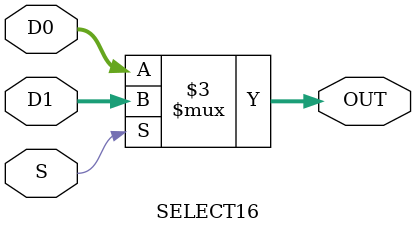
<source format=v>
module SELECT16(
	output reg [15:0] OUT,
	input S,
	input [15:0] D1,
	input [15:0] D0
);

always @(*) begin
	if (S) OUT = D1;
	else OUT = D0;
end

endmodule

</source>
